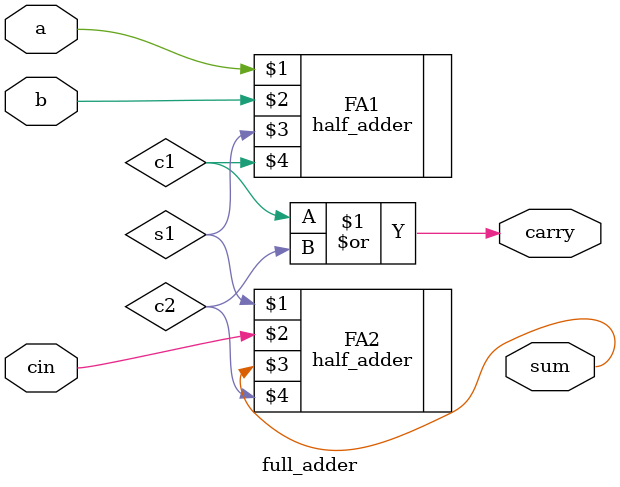
<source format=v>
`timescale 1ns / 1ps

module full_adder(
    input a,b,cin,
    output sum,carry
    );
    wire s1,c1,c2;
    half_adder FA1(a,b,s1,c1);
    half_adder FA2(s1,cin,sum,c2);
    assign carry = c1|c2;
endmodule

</source>
